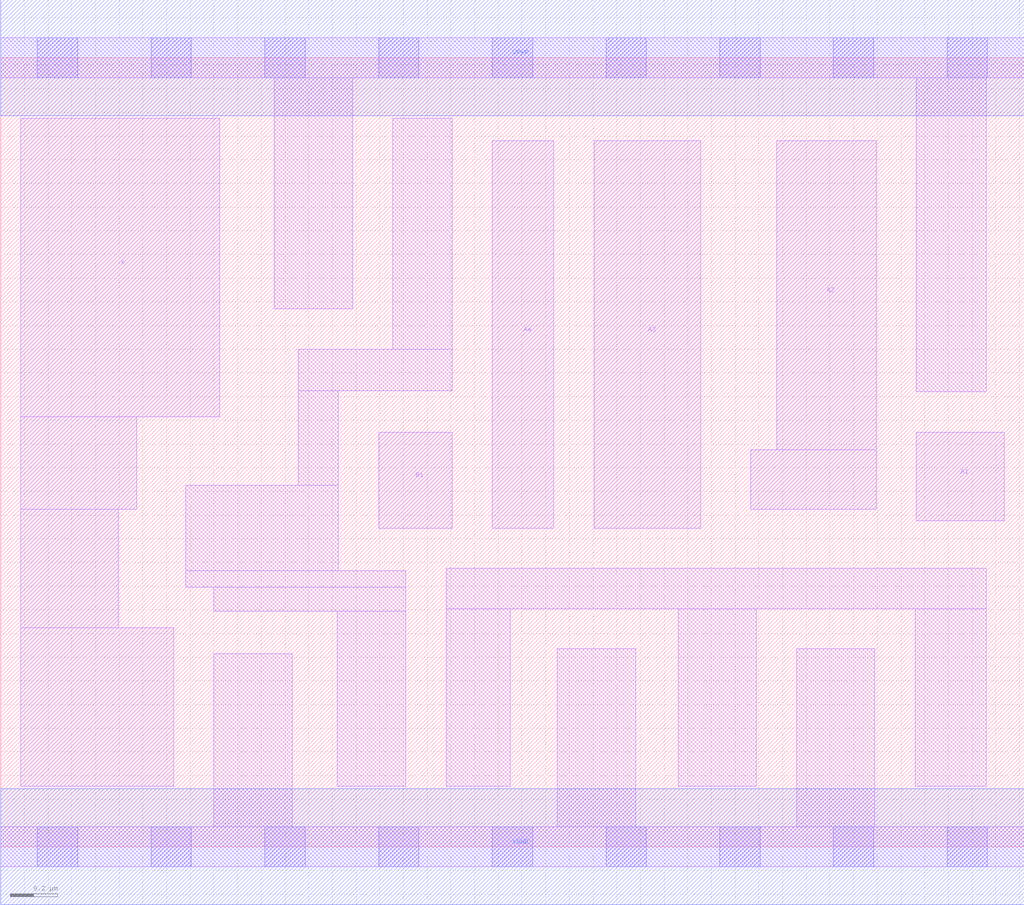
<source format=lef>
# Copyright 2020 The SkyWater PDK Authors
#
# Licensed under the Apache License, Version 2.0 (the "License");
# you may not use this file except in compliance with the License.
# You may obtain a copy of the License at
#
#     https://www.apache.org/licenses/LICENSE-2.0
#
# Unless required by applicable law or agreed to in writing, software
# distributed under the License is distributed on an "AS IS" BASIS,
# WITHOUT WARRANTIES OR CONDITIONS OF ANY KIND, either express or implied.
# See the License for the specific language governing permissions and
# limitations under the License.
#
# SPDX-License-Identifier: Apache-2.0

VERSION 5.7 ;
  NAMESCASESENSITIVE ON ;
  NOWIREEXTENSIONATPIN ON ;
  DIVIDERCHAR "/" ;
  BUSBITCHARS "[]" ;
UNITS
  DATABASE MICRONS 200 ;
END UNITS
MACRO sky130_fd_sc_lp__o41a_1
  CLASS CORE ;
  FOREIGN sky130_fd_sc_lp__o41a_1 ;
  ORIGIN  0.000000  0.000000 ;
  SIZE  4.320000 BY  3.330000 ;
  SYMMETRY X Y R90 ;
  SITE unit ;
  PIN A1
    ANTENNAGATEAREA  0.315000 ;
    DIRECTION INPUT ;
    USE SIGNAL ;
    PORT
      LAYER li1 ;
        RECT 3.865000 1.375000 4.235000 1.750000 ;
    END
  END A1
  PIN A2
    ANTENNAGATEAREA  0.315000 ;
    DIRECTION INPUT ;
    USE SIGNAL ;
    PORT
      LAYER li1 ;
        RECT 3.165000 1.425000 3.695000 1.675000 ;
        RECT 3.275000 1.675000 3.695000 2.980000 ;
    END
  END A2
  PIN A3
    ANTENNAGATEAREA  0.315000 ;
    DIRECTION INPUT ;
    USE SIGNAL ;
    PORT
      LAYER li1 ;
        RECT 2.505000 1.345000 2.955000 2.980000 ;
    END
  END A3
  PIN A4
    ANTENNAGATEAREA  0.315000 ;
    DIRECTION INPUT ;
    USE SIGNAL ;
    PORT
      LAYER li1 ;
        RECT 2.075000 1.345000 2.335000 2.980000 ;
    END
  END A4
  PIN B1
    ANTENNAGATEAREA  0.315000 ;
    DIRECTION INPUT ;
    USE SIGNAL ;
    PORT
      LAYER li1 ;
        RECT 1.595000 1.345000 1.905000 1.750000 ;
    END
  END B1
  PIN X
    ANTENNADIFFAREA  1.270500 ;
    DIRECTION OUTPUT ;
    USE SIGNAL ;
    PORT
      LAYER li1 ;
        RECT 0.085000 0.255000 0.730000 0.925000 ;
        RECT 0.085000 0.925000 0.495000 1.425000 ;
        RECT 0.085000 1.425000 0.575000 1.815000 ;
        RECT 0.085000 1.815000 0.925000 3.075000 ;
    END
  END X
  PIN VGND
    DIRECTION INOUT ;
    USE GROUND ;
    PORT
      LAYER met1 ;
        RECT 0.000000 -0.245000 4.320000 0.245000 ;
    END
  END VGND
  PIN VPWR
    DIRECTION INOUT ;
    USE POWER ;
    PORT
      LAYER met1 ;
        RECT 0.000000 3.085000 4.320000 3.575000 ;
    END
  END VPWR
  OBS
    LAYER li1 ;
      RECT 0.000000 -0.085000 4.320000 0.085000 ;
      RECT 0.000000  3.245000 4.320000 3.415000 ;
      RECT 0.780000  1.095000 1.710000 1.165000 ;
      RECT 0.780000  1.165000 1.425000 1.525000 ;
      RECT 0.900000  0.085000 1.230000 0.815000 ;
      RECT 0.900000  0.995000 1.710000 1.095000 ;
      RECT 1.155000  2.270000 1.485000 3.245000 ;
      RECT 1.255000  1.525000 1.425000 1.925000 ;
      RECT 1.255000  1.925000 1.905000 2.100000 ;
      RECT 1.420000  0.255000 1.710000 0.995000 ;
      RECT 1.655000  2.100000 1.905000 3.075000 ;
      RECT 1.880000  0.255000 2.150000 1.005000 ;
      RECT 1.880000  1.005000 4.160000 1.175000 ;
      RECT 2.350000  0.085000 2.680000 0.835000 ;
      RECT 2.860000  0.255000 3.190000 1.005000 ;
      RECT 3.360000  0.085000 3.690000 0.835000 ;
      RECT 3.860000  0.255000 4.160000 1.005000 ;
      RECT 3.865000  1.920000 4.160000 3.245000 ;
    LAYER mcon ;
      RECT 0.155000 -0.085000 0.325000 0.085000 ;
      RECT 0.155000  3.245000 0.325000 3.415000 ;
      RECT 0.635000 -0.085000 0.805000 0.085000 ;
      RECT 0.635000  3.245000 0.805000 3.415000 ;
      RECT 1.115000 -0.085000 1.285000 0.085000 ;
      RECT 1.115000  3.245000 1.285000 3.415000 ;
      RECT 1.595000 -0.085000 1.765000 0.085000 ;
      RECT 1.595000  3.245000 1.765000 3.415000 ;
      RECT 2.075000 -0.085000 2.245000 0.085000 ;
      RECT 2.075000  3.245000 2.245000 3.415000 ;
      RECT 2.555000 -0.085000 2.725000 0.085000 ;
      RECT 2.555000  3.245000 2.725000 3.415000 ;
      RECT 3.035000 -0.085000 3.205000 0.085000 ;
      RECT 3.035000  3.245000 3.205000 3.415000 ;
      RECT 3.515000 -0.085000 3.685000 0.085000 ;
      RECT 3.515000  3.245000 3.685000 3.415000 ;
      RECT 3.995000 -0.085000 4.165000 0.085000 ;
      RECT 3.995000  3.245000 4.165000 3.415000 ;
  END
END sky130_fd_sc_lp__o41a_1
END LIBRARY

</source>
